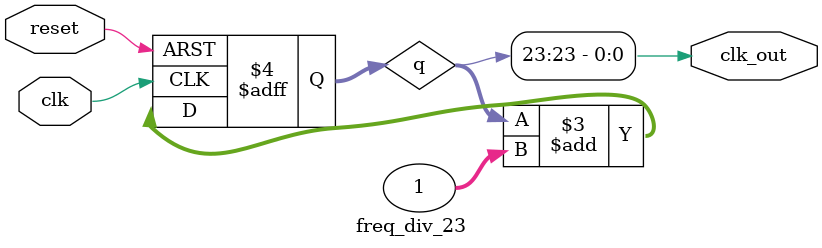
<source format=v>
module freq_div_23(clk_out, clk, reset);
  output clk_out;
  input clk, reset;
  reg [31:0] q;
  always @ (posedge clk or negedge reset)
  begin
    if(~reset)  q <= 0;
    else        q <= q + 1;
  end
  
  assign clk_out = q[23];
endmodule
</source>
